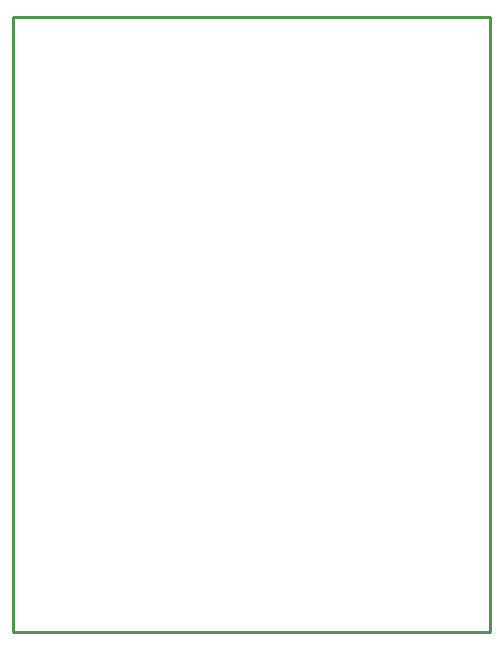
<source format=gbr>
G04 EAGLE Gerber RS-274X export*
G75*
%MOMM*%
%FSLAX34Y34*%
%LPD*%
%IN*%
%IPPOS*%
%AMOC8*
5,1,8,0,0,1.08239X$1,22.5*%
G01*
%ADD10C,0.254000*%


D10*
X-25400Y0D02*
X377700Y0D01*
X377700Y520600D01*
X-25400Y520600D01*
X-25400Y0D01*
M02*

</source>
